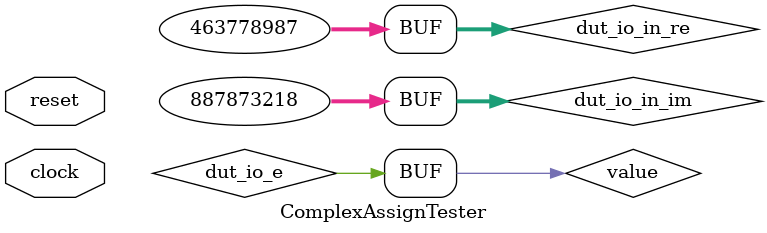
<source format=v>
module ComplexAssign(
  input         io_e,
  input  [31:0] io_in_re,
  input  [31:0] io_in_im,
  output [31:0] io_out_re,
  output [31:0] io_out_im
);
  assign io_out_re = io_e ? 32'h1ba4b4ab : 32'h0; // @[ComplexAssign.scala 24:15 ComplexAssign.scala 27:15]
  assign io_out_im = io_e ? 32'h34ebdec2 : 32'h0; // @[ComplexAssign.scala 25:15 ComplexAssign.scala 28:15]
endmodule
module ComplexAssignTester(
  input   clock,
  input   reset
);
  wire  dut_io_e; // @[ComplexAssign.scala 34:19]
  wire [31:0] dut_io_in_re; // @[ComplexAssign.scala 34:19]
  wire [31:0] dut_io_in_im; // @[ComplexAssign.scala 34:19]
  wire [31:0] dut_io_out_re; // @[ComplexAssign.scala 34:19]
  wire [31:0] dut_io_out_im; // @[ComplexAssign.scala 34:19]
  reg  value; // @[Counter.scala 29:33]
  reg [31:0] _RAND_0;
  wire  _T_2; // @[Counter.scala 38:22]
  wire [31:0] _T_4; // @[ComplexAssign.scala 38:41]
  wire  re_correct; // @[ComplexAssign.scala 38:34]
  wire [31:0] _T_5; // @[ComplexAssign.scala 39:41]
  wire  im_correct; // @[ComplexAssign.scala 39:34]
  wire  _T_6; // @[ComplexAssign.scala 40:21]
  wire  _T_8; // @[ComplexAssign.scala 40:9]
  wire  _T_9; // @[ComplexAssign.scala 40:9]
  wire  _T_11; // @[ComplexAssign.scala 42:9]
  ComplexAssign dut ( // @[ComplexAssign.scala 34:19]
    .io_e(dut_io_e),
    .io_in_re(dut_io_in_re),
    .io_in_im(dut_io_in_im),
    .io_out_re(dut_io_out_re),
    .io_out_im(dut_io_out_im)
  );
  assign _T_2 = value + 1'h1; // @[Counter.scala 38:22]
  assign _T_4 = dut_io_e ? dut_io_in_re : 32'h0; // @[ComplexAssign.scala 38:41]
  assign re_correct = dut_io_out_re == _T_4; // @[ComplexAssign.scala 38:34]
  assign _T_5 = dut_io_e ? dut_io_in_im : 32'h0; // @[ComplexAssign.scala 39:41]
  assign im_correct = dut_io_out_im == _T_5; // @[ComplexAssign.scala 39:34]
  assign _T_6 = re_correct & im_correct; // @[ComplexAssign.scala 40:21]
  assign _T_8 = _T_6 | reset; // @[ComplexAssign.scala 40:9]
  assign _T_9 = _T_8 == 1'h0; // @[ComplexAssign.scala 40:9]
  assign _T_11 = reset == 1'h0; // @[ComplexAssign.scala 42:9]
  assign dut_io_e = value; // @[ComplexAssign.scala 37:12]
  assign dut_io_in_re = 32'h1ba4b4ab; // @[ComplexAssign.scala 35:16]
  assign dut_io_in_im = 32'h34ebdec2; // @[ComplexAssign.scala 36:16]
`ifdef RANDOMIZE_GARBAGE_ASSIGN
`define RANDOMIZE
`endif
`ifdef RANDOMIZE_INVALID_ASSIGN
`define RANDOMIZE
`endif
`ifdef RANDOMIZE_REG_INIT
`define RANDOMIZE
`endif
`ifdef RANDOMIZE_MEM_INIT
`define RANDOMIZE
`endif
`ifndef RANDOM
`define RANDOM $random
`endif
`ifdef RANDOMIZE_MEM_INIT
  integer initvar;
`endif
initial begin
  `ifdef RANDOMIZE
    `ifdef INIT_RANDOM
      `INIT_RANDOM
    `endif
    `ifndef VERILATOR
      `ifdef RANDOMIZE_DELAY
        #`RANDOMIZE_DELAY begin end
      `else
        #0.002 begin end
      `endif
    `endif
  `ifdef RANDOMIZE_REG_INIT
  _RAND_0 = {1{`RANDOM}};
  value = _RAND_0[0:0];
  `endif // RANDOMIZE_REG_INIT
  `endif // RANDOMIZE
end
  always @(posedge clock) begin
    if (reset) begin
      value <= 1'h0;
    end else begin
      value <= _T_2;
    end
    `ifndef SYNTHESIS
    `ifdef PRINTF_COND
      if (`PRINTF_COND) begin
    `endif
        if (_T_9) begin
          $fwrite(32'h80000002,"Assertion failed\n    at ComplexAssign.scala:40 assert(re_correct && im_correct)\n"); // @[ComplexAssign.scala 40:9]
        end
    `ifdef PRINTF_COND
      end
    `endif
    `endif // SYNTHESIS
    `ifndef SYNTHESIS
    `ifdef STOP_COND
      if (`STOP_COND) begin
    `endif
        if (_T_9) begin
          $fatal; // @[ComplexAssign.scala 40:9]
        end
    `ifdef STOP_COND
      end
    `endif
    `endif // SYNTHESIS
    `ifndef SYNTHESIS
    `ifdef STOP_COND
      if (`STOP_COND) begin
    `endif
        if (value & _T_11) begin
          $finish; // @[ComplexAssign.scala 42:9]
        end
    `ifdef STOP_COND
      end
    `endif
    `endif // SYNTHESIS
  end
endmodule

</source>
